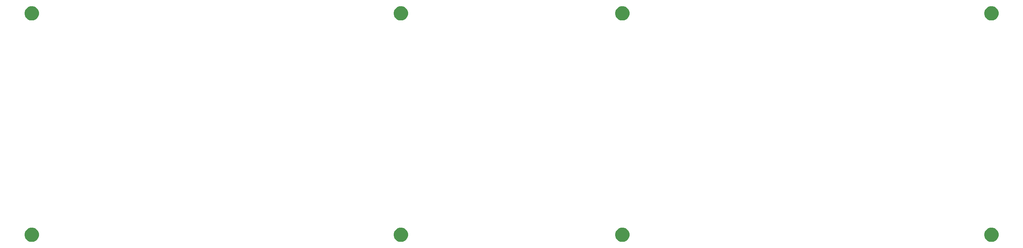
<source format=gbs>
G04 #@! TF.GenerationSoftware,KiCad,Pcbnew,(5.1.5)-2*
G04 #@! TF.CreationDate,2020-11-13T23:18:45+09:00*
G04 #@! TF.ProjectId,astra515_swplate,61737472-6135-4313-955f-7377706c6174,rev?*
G04 #@! TF.SameCoordinates,Original*
G04 #@! TF.FileFunction,Soldermask,Bot*
G04 #@! TF.FilePolarity,Negative*
%FSLAX46Y46*%
G04 Gerber Fmt 4.6, Leading zero omitted, Abs format (unit mm)*
G04 Created by KiCad (PCBNEW (5.1.5)-2) date 2020-11-13 23:18:45*
%MOMM*%
%LPD*%
G04 APERTURE LIST*
%ADD10C,0.100000*%
G04 APERTURE END LIST*
D10*
G36*
X319131112Y-150584566D02*
G01*
X319309917Y-150620133D01*
X319449448Y-150677929D01*
X319646776Y-150759664D01*
X319949943Y-150962234D01*
X320207766Y-151220057D01*
X320410336Y-151523224D01*
X320549867Y-151860084D01*
X320621000Y-152217691D01*
X320621000Y-152582309D01*
X320549867Y-152939916D01*
X320410336Y-153276776D01*
X320207766Y-153579943D01*
X319949943Y-153837766D01*
X319646776Y-154040336D01*
X319449448Y-154122071D01*
X319309917Y-154179867D01*
X319131112Y-154215434D01*
X318952309Y-154251000D01*
X318587691Y-154251000D01*
X318408887Y-154215433D01*
X318230083Y-154179867D01*
X318090552Y-154122071D01*
X317893224Y-154040336D01*
X317590057Y-153837766D01*
X317332234Y-153579943D01*
X317129664Y-153276776D01*
X316990133Y-152939916D01*
X316919000Y-152582309D01*
X316919000Y-152217691D01*
X316990133Y-151860084D01*
X317129664Y-151523224D01*
X317332234Y-151220057D01*
X317590057Y-150962234D01*
X317893224Y-150759664D01*
X318090552Y-150677929D01*
X318230083Y-150620133D01*
X318408888Y-150584566D01*
X318587691Y-150549000D01*
X318952309Y-150549000D01*
X319131112Y-150584566D01*
G37*
G36*
X223881112Y-150584566D02*
G01*
X224059917Y-150620133D01*
X224199448Y-150677929D01*
X224396776Y-150759664D01*
X224699943Y-150962234D01*
X224957766Y-151220057D01*
X225160336Y-151523224D01*
X225299867Y-151860084D01*
X225371000Y-152217691D01*
X225371000Y-152582309D01*
X225299867Y-152939916D01*
X225160336Y-153276776D01*
X224957766Y-153579943D01*
X224699943Y-153837766D01*
X224396776Y-154040336D01*
X224199448Y-154122071D01*
X224059917Y-154179867D01*
X223881113Y-154215433D01*
X223702309Y-154251000D01*
X223337691Y-154251000D01*
X223158887Y-154215433D01*
X222980083Y-154179867D01*
X222840552Y-154122071D01*
X222643224Y-154040336D01*
X222340057Y-153837766D01*
X222082234Y-153579943D01*
X221879664Y-153276776D01*
X221740133Y-152939916D01*
X221669000Y-152582309D01*
X221669000Y-152217691D01*
X221740133Y-151860084D01*
X221879664Y-151523224D01*
X222082234Y-151220057D01*
X222340057Y-150962234D01*
X222643224Y-150759664D01*
X222840552Y-150677929D01*
X222980083Y-150620133D01*
X223158888Y-150584566D01*
X223337691Y-150549000D01*
X223702309Y-150549000D01*
X223881112Y-150584566D01*
G37*
G36*
X166731112Y-150584566D02*
G01*
X166909917Y-150620133D01*
X167049448Y-150677929D01*
X167246776Y-150759664D01*
X167549943Y-150962234D01*
X167807766Y-151220057D01*
X168010336Y-151523224D01*
X168149867Y-151860084D01*
X168221000Y-152217691D01*
X168221000Y-152582309D01*
X168149867Y-152939916D01*
X168010336Y-153276776D01*
X167807766Y-153579943D01*
X167549943Y-153837766D01*
X167246776Y-154040336D01*
X167049448Y-154122071D01*
X166909917Y-154179867D01*
X166731113Y-154215433D01*
X166552309Y-154251000D01*
X166187691Y-154251000D01*
X166008887Y-154215433D01*
X165830083Y-154179867D01*
X165690552Y-154122071D01*
X165493224Y-154040336D01*
X165190057Y-153837766D01*
X164932234Y-153579943D01*
X164729664Y-153276776D01*
X164590133Y-152939916D01*
X164519000Y-152582309D01*
X164519000Y-152217691D01*
X164590133Y-151860084D01*
X164729664Y-151523224D01*
X164932234Y-151220057D01*
X165190057Y-150962234D01*
X165493224Y-150759664D01*
X165690552Y-150677929D01*
X165830083Y-150620133D01*
X166008888Y-150584566D01*
X166187691Y-150549000D01*
X166552309Y-150549000D01*
X166731112Y-150584566D01*
G37*
G36*
X71481112Y-150584566D02*
G01*
X71659917Y-150620133D01*
X71799448Y-150677929D01*
X71996776Y-150759664D01*
X72299943Y-150962234D01*
X72557766Y-151220057D01*
X72760336Y-151523224D01*
X72899867Y-151860084D01*
X72971000Y-152217691D01*
X72971000Y-152582309D01*
X72899867Y-152939916D01*
X72760336Y-153276776D01*
X72557766Y-153579943D01*
X72299943Y-153837766D01*
X71996776Y-154040336D01*
X71799448Y-154122071D01*
X71659917Y-154179867D01*
X71481113Y-154215433D01*
X71302309Y-154251000D01*
X70937691Y-154251000D01*
X70758887Y-154215433D01*
X70580083Y-154179867D01*
X70440552Y-154122071D01*
X70243224Y-154040336D01*
X69940057Y-153837766D01*
X69682234Y-153579943D01*
X69479664Y-153276776D01*
X69340133Y-152939916D01*
X69269000Y-152582309D01*
X69269000Y-152217691D01*
X69340133Y-151860084D01*
X69479664Y-151523224D01*
X69682234Y-151220057D01*
X69940057Y-150962234D01*
X70243224Y-150759664D01*
X70440552Y-150677929D01*
X70580083Y-150620133D01*
X70758888Y-150584566D01*
X70937691Y-150549000D01*
X71302309Y-150549000D01*
X71481112Y-150584566D01*
G37*
G36*
X319131113Y-93434567D02*
G01*
X319309917Y-93470133D01*
X319449448Y-93527929D01*
X319646776Y-93609664D01*
X319949943Y-93812234D01*
X320207766Y-94070057D01*
X320410336Y-94373224D01*
X320549867Y-94710084D01*
X320621000Y-95067691D01*
X320621000Y-95432309D01*
X320549867Y-95789916D01*
X320410336Y-96126776D01*
X320207766Y-96429943D01*
X319949943Y-96687766D01*
X319646776Y-96890336D01*
X319449448Y-96972071D01*
X319309917Y-97029867D01*
X319131113Y-97065433D01*
X318952309Y-97101000D01*
X318587691Y-97101000D01*
X318408887Y-97065433D01*
X318230083Y-97029867D01*
X318090552Y-96972071D01*
X317893224Y-96890336D01*
X317590057Y-96687766D01*
X317332234Y-96429943D01*
X317129664Y-96126776D01*
X316990133Y-95789916D01*
X316919000Y-95432309D01*
X316919000Y-95067691D01*
X316990133Y-94710084D01*
X317129664Y-94373224D01*
X317332234Y-94070057D01*
X317590057Y-93812234D01*
X317893224Y-93609664D01*
X318090552Y-93527929D01*
X318230083Y-93470133D01*
X318408888Y-93434566D01*
X318587691Y-93399000D01*
X318952309Y-93399000D01*
X319131113Y-93434567D01*
G37*
G36*
X223881113Y-93434567D02*
G01*
X224059917Y-93470133D01*
X224199448Y-93527929D01*
X224396776Y-93609664D01*
X224699943Y-93812234D01*
X224957766Y-94070057D01*
X225160336Y-94373224D01*
X225299867Y-94710084D01*
X225371000Y-95067691D01*
X225371000Y-95432309D01*
X225299867Y-95789916D01*
X225160336Y-96126776D01*
X224957766Y-96429943D01*
X224699943Y-96687766D01*
X224396776Y-96890336D01*
X224199448Y-96972071D01*
X224059917Y-97029867D01*
X223881113Y-97065433D01*
X223702309Y-97101000D01*
X223337691Y-97101000D01*
X223158887Y-97065433D01*
X222980083Y-97029867D01*
X222840552Y-96972071D01*
X222643224Y-96890336D01*
X222340057Y-96687766D01*
X222082234Y-96429943D01*
X221879664Y-96126776D01*
X221740133Y-95789916D01*
X221669000Y-95432309D01*
X221669000Y-95067691D01*
X221740133Y-94710084D01*
X221879664Y-94373224D01*
X222082234Y-94070057D01*
X222340057Y-93812234D01*
X222643224Y-93609664D01*
X222840552Y-93527929D01*
X222980083Y-93470133D01*
X223158888Y-93434566D01*
X223337691Y-93399000D01*
X223702309Y-93399000D01*
X223881113Y-93434567D01*
G37*
G36*
X166731113Y-93434567D02*
G01*
X166909917Y-93470133D01*
X167049448Y-93527929D01*
X167246776Y-93609664D01*
X167549943Y-93812234D01*
X167807766Y-94070057D01*
X168010336Y-94373224D01*
X168149867Y-94710084D01*
X168221000Y-95067691D01*
X168221000Y-95432309D01*
X168149867Y-95789916D01*
X168010336Y-96126776D01*
X167807766Y-96429943D01*
X167549943Y-96687766D01*
X167246776Y-96890336D01*
X167049448Y-96972071D01*
X166909917Y-97029867D01*
X166731113Y-97065433D01*
X166552309Y-97101000D01*
X166187691Y-97101000D01*
X166008887Y-97065433D01*
X165830083Y-97029867D01*
X165690552Y-96972071D01*
X165493224Y-96890336D01*
X165190057Y-96687766D01*
X164932234Y-96429943D01*
X164729664Y-96126776D01*
X164590133Y-95789916D01*
X164519000Y-95432309D01*
X164519000Y-95067691D01*
X164590133Y-94710084D01*
X164729664Y-94373224D01*
X164932234Y-94070057D01*
X165190057Y-93812234D01*
X165493224Y-93609664D01*
X165690552Y-93527929D01*
X165830083Y-93470133D01*
X166008888Y-93434566D01*
X166187691Y-93399000D01*
X166552309Y-93399000D01*
X166731113Y-93434567D01*
G37*
G36*
X71481113Y-93434567D02*
G01*
X71659917Y-93470133D01*
X71799448Y-93527929D01*
X71996776Y-93609664D01*
X72299943Y-93812234D01*
X72557766Y-94070057D01*
X72760336Y-94373224D01*
X72899867Y-94710084D01*
X72971000Y-95067691D01*
X72971000Y-95432309D01*
X72899867Y-95789916D01*
X72760336Y-96126776D01*
X72557766Y-96429943D01*
X72299943Y-96687766D01*
X71996776Y-96890336D01*
X71799448Y-96972071D01*
X71659917Y-97029867D01*
X71481113Y-97065433D01*
X71302309Y-97101000D01*
X70937691Y-97101000D01*
X70758887Y-97065433D01*
X70580083Y-97029867D01*
X70440552Y-96972071D01*
X70243224Y-96890336D01*
X69940057Y-96687766D01*
X69682234Y-96429943D01*
X69479664Y-96126776D01*
X69340133Y-95789916D01*
X69269000Y-95432309D01*
X69269000Y-95067691D01*
X69340133Y-94710084D01*
X69479664Y-94373224D01*
X69682234Y-94070057D01*
X69940057Y-93812234D01*
X70243224Y-93609664D01*
X70440552Y-93527929D01*
X70580083Y-93470133D01*
X70758888Y-93434566D01*
X70937691Y-93399000D01*
X71302309Y-93399000D01*
X71481113Y-93434567D01*
G37*
M02*

</source>
